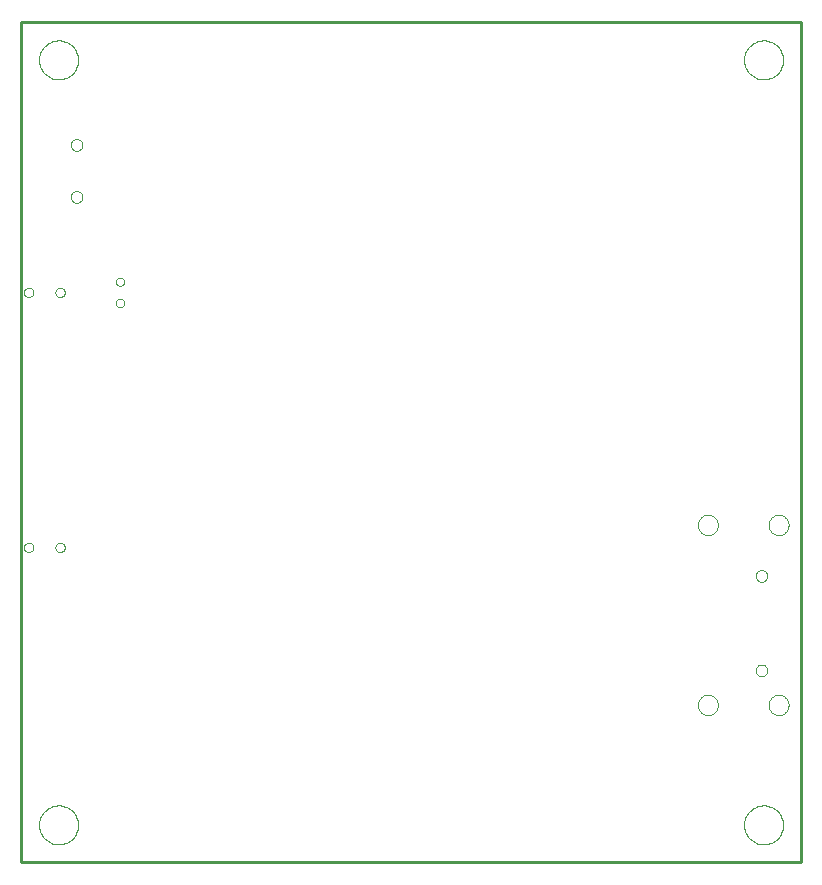
<source format=gbr>
G75*
G70*
%OFA0B0*%
%FSLAX24Y24*%
%IPPOS*%
%LPD*%
%AMOC8*
5,1,8,0,0,1.08239X$1,22.5*
%
%ADD10C,0.0100*%
%ADD11C,0.0000*%
D10*
X006158Y004152D02*
X032158Y004152D01*
X032158Y032152D01*
X006158Y032152D01*
X006158Y004152D01*
D11*
X006758Y005402D02*
X006761Y005461D01*
X006769Y005520D01*
X006782Y005577D01*
X006801Y005634D01*
X006824Y005688D01*
X006853Y005740D01*
X006886Y005789D01*
X006923Y005835D01*
X006964Y005877D01*
X007009Y005915D01*
X007058Y005950D01*
X007109Y005979D01*
X007163Y006004D01*
X007218Y006024D01*
X007276Y006038D01*
X007334Y006048D01*
X007393Y006052D01*
X007452Y006050D01*
X007511Y006044D01*
X007569Y006032D01*
X007626Y006014D01*
X007680Y005992D01*
X007733Y005965D01*
X007783Y005933D01*
X007830Y005897D01*
X007873Y005856D01*
X007912Y005812D01*
X007947Y005765D01*
X007978Y005714D01*
X008004Y005661D01*
X008025Y005606D01*
X008041Y005549D01*
X008052Y005491D01*
X008057Y005432D01*
X008057Y005372D01*
X008052Y005313D01*
X008041Y005255D01*
X008025Y005198D01*
X008004Y005143D01*
X007978Y005090D01*
X007947Y005039D01*
X007912Y004992D01*
X007873Y004948D01*
X007830Y004907D01*
X007783Y004871D01*
X007733Y004839D01*
X007680Y004812D01*
X007626Y004790D01*
X007569Y004772D01*
X007511Y004760D01*
X007452Y004754D01*
X007393Y004752D01*
X007334Y004756D01*
X007276Y004766D01*
X007218Y004780D01*
X007163Y004800D01*
X007109Y004825D01*
X007058Y004854D01*
X007009Y004889D01*
X006964Y004927D01*
X006923Y004969D01*
X006886Y005015D01*
X006853Y005064D01*
X006824Y005116D01*
X006801Y005170D01*
X006782Y005227D01*
X006769Y005284D01*
X006761Y005343D01*
X006758Y005402D01*
X006251Y014652D02*
X006253Y014677D01*
X006259Y014702D01*
X006269Y014725D01*
X006282Y014746D01*
X006299Y014765D01*
X006319Y014781D01*
X006341Y014794D01*
X006364Y014803D01*
X006389Y014808D01*
X006414Y014809D01*
X006439Y014806D01*
X006464Y014799D01*
X006486Y014788D01*
X006507Y014774D01*
X006526Y014756D01*
X006541Y014736D01*
X006552Y014714D01*
X006560Y014690D01*
X006564Y014665D01*
X006564Y014639D01*
X006560Y014614D01*
X006552Y014590D01*
X006541Y014568D01*
X006526Y014548D01*
X006507Y014530D01*
X006487Y014516D01*
X006464Y014505D01*
X006439Y014498D01*
X006414Y014495D01*
X006389Y014496D01*
X006364Y014501D01*
X006341Y014510D01*
X006319Y014523D01*
X006299Y014539D01*
X006282Y014558D01*
X006269Y014579D01*
X006259Y014602D01*
X006253Y014627D01*
X006251Y014652D01*
X007301Y014652D02*
X007303Y014677D01*
X007309Y014702D01*
X007319Y014725D01*
X007332Y014746D01*
X007349Y014765D01*
X007369Y014781D01*
X007391Y014794D01*
X007414Y014803D01*
X007439Y014808D01*
X007464Y014809D01*
X007489Y014806D01*
X007514Y014799D01*
X007536Y014788D01*
X007557Y014774D01*
X007576Y014756D01*
X007591Y014736D01*
X007602Y014714D01*
X007610Y014690D01*
X007614Y014665D01*
X007614Y014639D01*
X007610Y014614D01*
X007602Y014590D01*
X007591Y014568D01*
X007576Y014548D01*
X007557Y014530D01*
X007537Y014516D01*
X007514Y014505D01*
X007489Y014498D01*
X007464Y014495D01*
X007439Y014496D01*
X007414Y014501D01*
X007391Y014510D01*
X007369Y014523D01*
X007349Y014539D01*
X007332Y014558D01*
X007319Y014579D01*
X007309Y014602D01*
X007303Y014627D01*
X007301Y014652D01*
X009320Y022798D02*
X009322Y022822D01*
X009328Y022845D01*
X009338Y022867D01*
X009352Y022887D01*
X009369Y022904D01*
X009389Y022918D01*
X009411Y022928D01*
X009434Y022934D01*
X009458Y022936D01*
X009482Y022934D01*
X009505Y022928D01*
X009527Y022918D01*
X009547Y022904D01*
X009564Y022887D01*
X009578Y022867D01*
X009588Y022845D01*
X009594Y022822D01*
X009596Y022798D01*
X009594Y022774D01*
X009588Y022751D01*
X009578Y022729D01*
X009564Y022709D01*
X009547Y022692D01*
X009527Y022678D01*
X009505Y022668D01*
X009482Y022662D01*
X009458Y022660D01*
X009434Y022662D01*
X009411Y022668D01*
X009389Y022678D01*
X009369Y022692D01*
X009352Y022709D01*
X009338Y022729D01*
X009328Y022751D01*
X009322Y022774D01*
X009320Y022798D01*
X009320Y023507D02*
X009322Y023531D01*
X009328Y023554D01*
X009338Y023576D01*
X009352Y023596D01*
X009369Y023613D01*
X009389Y023627D01*
X009411Y023637D01*
X009434Y023643D01*
X009458Y023645D01*
X009482Y023643D01*
X009505Y023637D01*
X009527Y023627D01*
X009547Y023613D01*
X009564Y023596D01*
X009578Y023576D01*
X009588Y023554D01*
X009594Y023531D01*
X009596Y023507D01*
X009594Y023483D01*
X009588Y023460D01*
X009578Y023438D01*
X009564Y023418D01*
X009547Y023401D01*
X009527Y023387D01*
X009505Y023377D01*
X009482Y023371D01*
X009458Y023369D01*
X009434Y023371D01*
X009411Y023377D01*
X009389Y023387D01*
X009369Y023401D01*
X009352Y023418D01*
X009338Y023438D01*
X009328Y023460D01*
X009322Y023483D01*
X009320Y023507D01*
X007301Y023152D02*
X007303Y023177D01*
X007309Y023202D01*
X007319Y023225D01*
X007332Y023246D01*
X007349Y023265D01*
X007369Y023281D01*
X007391Y023294D01*
X007414Y023303D01*
X007439Y023308D01*
X007464Y023309D01*
X007489Y023306D01*
X007514Y023299D01*
X007536Y023288D01*
X007557Y023274D01*
X007576Y023256D01*
X007591Y023236D01*
X007602Y023214D01*
X007610Y023190D01*
X007614Y023165D01*
X007614Y023139D01*
X007610Y023114D01*
X007602Y023090D01*
X007591Y023068D01*
X007576Y023048D01*
X007557Y023030D01*
X007537Y023016D01*
X007514Y023005D01*
X007489Y022998D01*
X007464Y022995D01*
X007439Y022996D01*
X007414Y023001D01*
X007391Y023010D01*
X007369Y023023D01*
X007349Y023039D01*
X007332Y023058D01*
X007319Y023079D01*
X007309Y023102D01*
X007303Y023127D01*
X007301Y023152D01*
X006251Y023152D02*
X006253Y023177D01*
X006259Y023202D01*
X006269Y023225D01*
X006282Y023246D01*
X006299Y023265D01*
X006319Y023281D01*
X006341Y023294D01*
X006364Y023303D01*
X006389Y023308D01*
X006414Y023309D01*
X006439Y023306D01*
X006464Y023299D01*
X006486Y023288D01*
X006507Y023274D01*
X006526Y023256D01*
X006541Y023236D01*
X006552Y023214D01*
X006560Y023190D01*
X006564Y023165D01*
X006564Y023139D01*
X006560Y023114D01*
X006552Y023090D01*
X006541Y023068D01*
X006526Y023048D01*
X006507Y023030D01*
X006487Y023016D01*
X006464Y023005D01*
X006439Y022998D01*
X006414Y022995D01*
X006389Y022996D01*
X006364Y023001D01*
X006341Y023010D01*
X006319Y023023D01*
X006299Y023039D01*
X006282Y023058D01*
X006269Y023079D01*
X006259Y023102D01*
X006253Y023127D01*
X006251Y023152D01*
X007811Y026336D02*
X007813Y026364D01*
X007819Y026392D01*
X007829Y026418D01*
X007842Y026443D01*
X007859Y026465D01*
X007879Y026485D01*
X007901Y026502D01*
X007926Y026515D01*
X007952Y026525D01*
X007980Y026531D01*
X008008Y026533D01*
X008036Y026531D01*
X008064Y026525D01*
X008090Y026515D01*
X008115Y026502D01*
X008137Y026485D01*
X008157Y026465D01*
X008174Y026443D01*
X008187Y026418D01*
X008197Y026392D01*
X008203Y026364D01*
X008205Y026336D01*
X008203Y026308D01*
X008197Y026280D01*
X008187Y026254D01*
X008174Y026229D01*
X008157Y026207D01*
X008137Y026187D01*
X008115Y026170D01*
X008090Y026157D01*
X008064Y026147D01*
X008036Y026141D01*
X008008Y026139D01*
X007980Y026141D01*
X007952Y026147D01*
X007926Y026157D01*
X007901Y026170D01*
X007879Y026187D01*
X007859Y026207D01*
X007842Y026229D01*
X007829Y026254D01*
X007819Y026280D01*
X007813Y026308D01*
X007811Y026336D01*
X007811Y028069D02*
X007813Y028097D01*
X007819Y028125D01*
X007829Y028151D01*
X007842Y028176D01*
X007859Y028198D01*
X007879Y028218D01*
X007901Y028235D01*
X007926Y028248D01*
X007952Y028258D01*
X007980Y028264D01*
X008008Y028266D01*
X008036Y028264D01*
X008064Y028258D01*
X008090Y028248D01*
X008115Y028235D01*
X008137Y028218D01*
X008157Y028198D01*
X008174Y028176D01*
X008187Y028151D01*
X008197Y028125D01*
X008203Y028097D01*
X008205Y028069D01*
X008203Y028041D01*
X008197Y028013D01*
X008187Y027987D01*
X008174Y027962D01*
X008157Y027940D01*
X008137Y027920D01*
X008115Y027903D01*
X008090Y027890D01*
X008064Y027880D01*
X008036Y027874D01*
X008008Y027872D01*
X007980Y027874D01*
X007952Y027880D01*
X007926Y027890D01*
X007901Y027903D01*
X007879Y027920D01*
X007859Y027940D01*
X007842Y027962D01*
X007829Y027987D01*
X007819Y028013D01*
X007813Y028041D01*
X007811Y028069D01*
X006758Y030902D02*
X006761Y030961D01*
X006769Y031020D01*
X006782Y031077D01*
X006801Y031134D01*
X006824Y031188D01*
X006853Y031240D01*
X006886Y031289D01*
X006923Y031335D01*
X006964Y031377D01*
X007009Y031415D01*
X007058Y031450D01*
X007109Y031479D01*
X007163Y031504D01*
X007218Y031524D01*
X007276Y031538D01*
X007334Y031548D01*
X007393Y031552D01*
X007452Y031550D01*
X007511Y031544D01*
X007569Y031532D01*
X007626Y031514D01*
X007680Y031492D01*
X007733Y031465D01*
X007783Y031433D01*
X007830Y031397D01*
X007873Y031356D01*
X007912Y031312D01*
X007947Y031265D01*
X007978Y031214D01*
X008004Y031161D01*
X008025Y031106D01*
X008041Y031049D01*
X008052Y030991D01*
X008057Y030932D01*
X008057Y030872D01*
X008052Y030813D01*
X008041Y030755D01*
X008025Y030698D01*
X008004Y030643D01*
X007978Y030590D01*
X007947Y030539D01*
X007912Y030492D01*
X007873Y030448D01*
X007830Y030407D01*
X007783Y030371D01*
X007733Y030339D01*
X007680Y030312D01*
X007626Y030290D01*
X007569Y030272D01*
X007511Y030260D01*
X007452Y030254D01*
X007393Y030252D01*
X007334Y030256D01*
X007276Y030266D01*
X007218Y030280D01*
X007163Y030300D01*
X007109Y030325D01*
X007058Y030354D01*
X007009Y030389D01*
X006964Y030427D01*
X006923Y030469D01*
X006886Y030515D01*
X006853Y030564D01*
X006824Y030616D01*
X006801Y030670D01*
X006782Y030727D01*
X006769Y030784D01*
X006761Y030843D01*
X006758Y030902D01*
X028711Y015402D02*
X028713Y015439D01*
X028719Y015475D01*
X028729Y015511D01*
X028743Y015545D01*
X028761Y015577D01*
X028782Y015608D01*
X028806Y015636D01*
X028833Y015661D01*
X028863Y015682D01*
X028895Y015701D01*
X028929Y015716D01*
X028964Y015727D01*
X029000Y015734D01*
X029037Y015737D01*
X029074Y015736D01*
X029110Y015731D01*
X029146Y015722D01*
X029181Y015709D01*
X029213Y015692D01*
X029244Y015672D01*
X029273Y015648D01*
X029299Y015622D01*
X029321Y015593D01*
X029341Y015561D01*
X029356Y015528D01*
X029368Y015493D01*
X029376Y015457D01*
X029380Y015420D01*
X029380Y015384D01*
X029376Y015347D01*
X029368Y015311D01*
X029356Y015276D01*
X029341Y015243D01*
X029321Y015211D01*
X029299Y015182D01*
X029273Y015156D01*
X029244Y015132D01*
X029214Y015112D01*
X029181Y015095D01*
X029146Y015082D01*
X029110Y015073D01*
X029074Y015068D01*
X029037Y015067D01*
X029000Y015070D01*
X028964Y015077D01*
X028929Y015088D01*
X028895Y015103D01*
X028863Y015122D01*
X028833Y015143D01*
X028806Y015168D01*
X028782Y015196D01*
X028761Y015227D01*
X028743Y015259D01*
X028729Y015293D01*
X028719Y015329D01*
X028713Y015365D01*
X028711Y015402D01*
X030641Y013701D02*
X030643Y013729D01*
X030649Y013757D01*
X030659Y013783D01*
X030672Y013808D01*
X030689Y013830D01*
X030709Y013850D01*
X030731Y013867D01*
X030756Y013880D01*
X030782Y013890D01*
X030810Y013896D01*
X030838Y013898D01*
X030866Y013896D01*
X030894Y013890D01*
X030920Y013880D01*
X030945Y013867D01*
X030967Y013850D01*
X030987Y013830D01*
X031004Y013808D01*
X031017Y013783D01*
X031027Y013757D01*
X031033Y013729D01*
X031035Y013701D01*
X031033Y013673D01*
X031027Y013645D01*
X031017Y013619D01*
X031004Y013594D01*
X030987Y013572D01*
X030967Y013552D01*
X030945Y013535D01*
X030920Y013522D01*
X030894Y013512D01*
X030866Y013506D01*
X030838Y013504D01*
X030810Y013506D01*
X030782Y013512D01*
X030756Y013522D01*
X030731Y013535D01*
X030709Y013552D01*
X030689Y013572D01*
X030672Y013594D01*
X030659Y013619D01*
X030649Y013645D01*
X030643Y013673D01*
X030641Y013701D01*
X031073Y015402D02*
X031075Y015439D01*
X031081Y015475D01*
X031091Y015511D01*
X031105Y015545D01*
X031123Y015577D01*
X031144Y015608D01*
X031168Y015636D01*
X031195Y015661D01*
X031225Y015682D01*
X031257Y015701D01*
X031291Y015716D01*
X031326Y015727D01*
X031362Y015734D01*
X031399Y015737D01*
X031436Y015736D01*
X031472Y015731D01*
X031508Y015722D01*
X031543Y015709D01*
X031575Y015692D01*
X031606Y015672D01*
X031635Y015648D01*
X031661Y015622D01*
X031683Y015593D01*
X031703Y015561D01*
X031718Y015528D01*
X031730Y015493D01*
X031738Y015457D01*
X031742Y015420D01*
X031742Y015384D01*
X031738Y015347D01*
X031730Y015311D01*
X031718Y015276D01*
X031703Y015243D01*
X031683Y015211D01*
X031661Y015182D01*
X031635Y015156D01*
X031606Y015132D01*
X031576Y015112D01*
X031543Y015095D01*
X031508Y015082D01*
X031472Y015073D01*
X031436Y015068D01*
X031399Y015067D01*
X031362Y015070D01*
X031326Y015077D01*
X031291Y015088D01*
X031257Y015103D01*
X031225Y015122D01*
X031195Y015143D01*
X031168Y015168D01*
X031144Y015196D01*
X031123Y015227D01*
X031105Y015259D01*
X031091Y015293D01*
X031081Y015329D01*
X031075Y015365D01*
X031073Y015402D01*
X030641Y010552D02*
X030643Y010580D01*
X030649Y010608D01*
X030659Y010634D01*
X030672Y010659D01*
X030689Y010681D01*
X030709Y010701D01*
X030731Y010718D01*
X030756Y010731D01*
X030782Y010741D01*
X030810Y010747D01*
X030838Y010749D01*
X030866Y010747D01*
X030894Y010741D01*
X030920Y010731D01*
X030945Y010718D01*
X030967Y010701D01*
X030987Y010681D01*
X031004Y010659D01*
X031017Y010634D01*
X031027Y010608D01*
X031033Y010580D01*
X031035Y010552D01*
X031033Y010524D01*
X031027Y010496D01*
X031017Y010470D01*
X031004Y010445D01*
X030987Y010423D01*
X030967Y010403D01*
X030945Y010386D01*
X030920Y010373D01*
X030894Y010363D01*
X030866Y010357D01*
X030838Y010355D01*
X030810Y010357D01*
X030782Y010363D01*
X030756Y010373D01*
X030731Y010386D01*
X030709Y010403D01*
X030689Y010423D01*
X030672Y010445D01*
X030659Y010470D01*
X030649Y010496D01*
X030643Y010524D01*
X030641Y010552D01*
X031073Y009402D02*
X031075Y009439D01*
X031081Y009475D01*
X031091Y009511D01*
X031105Y009545D01*
X031123Y009577D01*
X031144Y009608D01*
X031168Y009636D01*
X031195Y009661D01*
X031225Y009682D01*
X031257Y009701D01*
X031291Y009716D01*
X031326Y009727D01*
X031362Y009734D01*
X031399Y009737D01*
X031436Y009736D01*
X031472Y009731D01*
X031508Y009722D01*
X031543Y009709D01*
X031575Y009692D01*
X031606Y009672D01*
X031635Y009648D01*
X031661Y009622D01*
X031683Y009593D01*
X031703Y009561D01*
X031718Y009528D01*
X031730Y009493D01*
X031738Y009457D01*
X031742Y009420D01*
X031742Y009384D01*
X031738Y009347D01*
X031730Y009311D01*
X031718Y009276D01*
X031703Y009243D01*
X031683Y009211D01*
X031661Y009182D01*
X031635Y009156D01*
X031606Y009132D01*
X031576Y009112D01*
X031543Y009095D01*
X031508Y009082D01*
X031472Y009073D01*
X031436Y009068D01*
X031399Y009067D01*
X031362Y009070D01*
X031326Y009077D01*
X031291Y009088D01*
X031257Y009103D01*
X031225Y009122D01*
X031195Y009143D01*
X031168Y009168D01*
X031144Y009196D01*
X031123Y009227D01*
X031105Y009259D01*
X031091Y009293D01*
X031081Y009329D01*
X031075Y009365D01*
X031073Y009402D01*
X028711Y009402D02*
X028713Y009439D01*
X028719Y009475D01*
X028729Y009511D01*
X028743Y009545D01*
X028761Y009577D01*
X028782Y009608D01*
X028806Y009636D01*
X028833Y009661D01*
X028863Y009682D01*
X028895Y009701D01*
X028929Y009716D01*
X028964Y009727D01*
X029000Y009734D01*
X029037Y009737D01*
X029074Y009736D01*
X029110Y009731D01*
X029146Y009722D01*
X029181Y009709D01*
X029213Y009692D01*
X029244Y009672D01*
X029273Y009648D01*
X029299Y009622D01*
X029321Y009593D01*
X029341Y009561D01*
X029356Y009528D01*
X029368Y009493D01*
X029376Y009457D01*
X029380Y009420D01*
X029380Y009384D01*
X029376Y009347D01*
X029368Y009311D01*
X029356Y009276D01*
X029341Y009243D01*
X029321Y009211D01*
X029299Y009182D01*
X029273Y009156D01*
X029244Y009132D01*
X029214Y009112D01*
X029181Y009095D01*
X029146Y009082D01*
X029110Y009073D01*
X029074Y009068D01*
X029037Y009067D01*
X029000Y009070D01*
X028964Y009077D01*
X028929Y009088D01*
X028895Y009103D01*
X028863Y009122D01*
X028833Y009143D01*
X028806Y009168D01*
X028782Y009196D01*
X028761Y009227D01*
X028743Y009259D01*
X028729Y009293D01*
X028719Y009329D01*
X028713Y009365D01*
X028711Y009402D01*
X030258Y005402D02*
X030261Y005461D01*
X030269Y005520D01*
X030282Y005577D01*
X030301Y005634D01*
X030324Y005688D01*
X030353Y005740D01*
X030386Y005789D01*
X030423Y005835D01*
X030464Y005877D01*
X030509Y005915D01*
X030558Y005950D01*
X030609Y005979D01*
X030663Y006004D01*
X030718Y006024D01*
X030776Y006038D01*
X030834Y006048D01*
X030893Y006052D01*
X030952Y006050D01*
X031011Y006044D01*
X031069Y006032D01*
X031126Y006014D01*
X031180Y005992D01*
X031233Y005965D01*
X031283Y005933D01*
X031330Y005897D01*
X031373Y005856D01*
X031412Y005812D01*
X031447Y005765D01*
X031478Y005714D01*
X031504Y005661D01*
X031525Y005606D01*
X031541Y005549D01*
X031552Y005491D01*
X031557Y005432D01*
X031557Y005372D01*
X031552Y005313D01*
X031541Y005255D01*
X031525Y005198D01*
X031504Y005143D01*
X031478Y005090D01*
X031447Y005039D01*
X031412Y004992D01*
X031373Y004948D01*
X031330Y004907D01*
X031283Y004871D01*
X031233Y004839D01*
X031180Y004812D01*
X031126Y004790D01*
X031069Y004772D01*
X031011Y004760D01*
X030952Y004754D01*
X030893Y004752D01*
X030834Y004756D01*
X030776Y004766D01*
X030718Y004780D01*
X030663Y004800D01*
X030609Y004825D01*
X030558Y004854D01*
X030509Y004889D01*
X030464Y004927D01*
X030423Y004969D01*
X030386Y005015D01*
X030353Y005064D01*
X030324Y005116D01*
X030301Y005170D01*
X030282Y005227D01*
X030269Y005284D01*
X030261Y005343D01*
X030258Y005402D01*
X030258Y030902D02*
X030261Y030961D01*
X030269Y031020D01*
X030282Y031077D01*
X030301Y031134D01*
X030324Y031188D01*
X030353Y031240D01*
X030386Y031289D01*
X030423Y031335D01*
X030464Y031377D01*
X030509Y031415D01*
X030558Y031450D01*
X030609Y031479D01*
X030663Y031504D01*
X030718Y031524D01*
X030776Y031538D01*
X030834Y031548D01*
X030893Y031552D01*
X030952Y031550D01*
X031011Y031544D01*
X031069Y031532D01*
X031126Y031514D01*
X031180Y031492D01*
X031233Y031465D01*
X031283Y031433D01*
X031330Y031397D01*
X031373Y031356D01*
X031412Y031312D01*
X031447Y031265D01*
X031478Y031214D01*
X031504Y031161D01*
X031525Y031106D01*
X031541Y031049D01*
X031552Y030991D01*
X031557Y030932D01*
X031557Y030872D01*
X031552Y030813D01*
X031541Y030755D01*
X031525Y030698D01*
X031504Y030643D01*
X031478Y030590D01*
X031447Y030539D01*
X031412Y030492D01*
X031373Y030448D01*
X031330Y030407D01*
X031283Y030371D01*
X031233Y030339D01*
X031180Y030312D01*
X031126Y030290D01*
X031069Y030272D01*
X031011Y030260D01*
X030952Y030254D01*
X030893Y030252D01*
X030834Y030256D01*
X030776Y030266D01*
X030718Y030280D01*
X030663Y030300D01*
X030609Y030325D01*
X030558Y030354D01*
X030509Y030389D01*
X030464Y030427D01*
X030423Y030469D01*
X030386Y030515D01*
X030353Y030564D01*
X030324Y030616D01*
X030301Y030670D01*
X030282Y030727D01*
X030269Y030784D01*
X030261Y030843D01*
X030258Y030902D01*
M02*

</source>
